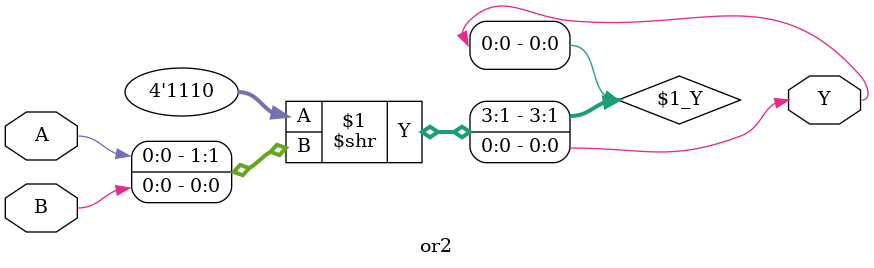
<source format=v>
/* Generated by Yosys 0.27+3 (git sha1 b58664d44, gcc 11.3.0-1ubuntu1~22.04 -fPIC -Os) */

module or2(A, B, Y);
  input A;
  wire A;
  input B;
  wire B;
  output Y;
  wire Y;
  assign Y = 4'he >> { A, B };
endmodule

</source>
